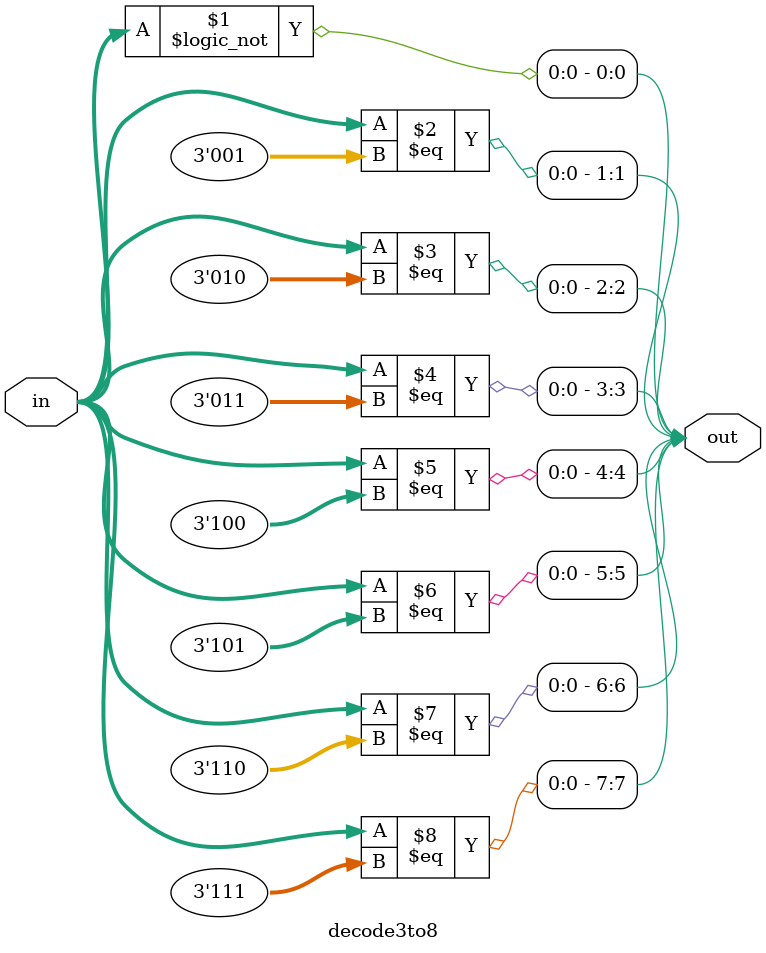
<source format=sv>
`default_nettype none

module top (
  // I/O ports
  input  logic hz100, reset,
  input  logic [20:0] pb,
  output logic [7:0] left, right,
         ss7, ss6, ss5, ss4, ss3, ss2, ss1, ss0,
  output logic red, green, blue,

  // UART ports
  output logic [7:0] txdata,
  input  logic [7:0] rxdata,
  output logic txclk, rxclk,
  input  logic txready, rxready
);

  // Your code goes here...
  
  //Step 1
  
  //assign ss0[6:0] = pb[6:0];  
  
  //Step 2
  
  bargraph num_1(.out({left[7:0],right[7:0]}), .in(pb[15:0]));
  
  //Step 3
  
  decode3to8 ins_and_outs(.out({ss7[7], ss6[7], ss5[7], ss4[7], ss3[7], ss2[7], ss1[7], ss0[7]}), .in(pb[2:0]));

endmodule

// Add your submodules below.

module bargraph ( 
    input logic [15:0]in,
    output logic [15:0]out
);
    assign out[0] = |in[15:0];
    assign out[1] = |in[15:1];
    assign out[2] = |in[15:2];
    assign out[3] = |in[15:3];
    assign out[4] = |in[15:4];
    assign out[5] = |in[15:5];
    assign out[6] = |in[15:6];
    assign out[7] = |in[15:7];
    assign out[8] = |in[15:8];
    assign out[9] = |in[15:9];
    assign out[10] = |in[15:10];
    assign out[11] = |in[15:11];
    assign out[12] = |in[15:12];
    assign out[13] = |in[15:13];
    assign out[14] = |in[15:14];
    assign out[15] = |in[15:15];
    
endmodule

module decode3to8 (
    output logic [7:0]out,
    input logic [2:0]in
);
                
assign out[0] = in[2:0] == 3'b000;
assign out[1] = in[2:0] == 3'b001;
assign out[2] = in[2:0] == 3'b010;
assign out[3] = in[2:0] == 3'b011;
assign out[4] = in[2:0] == 3'b100;
assign out[5] = in[2:0] == 3'b101;
assign out[6] = in[2:0] == 3'b110;
assign out[7] = in[2:0] == 3'b111;

endmodule

</source>
